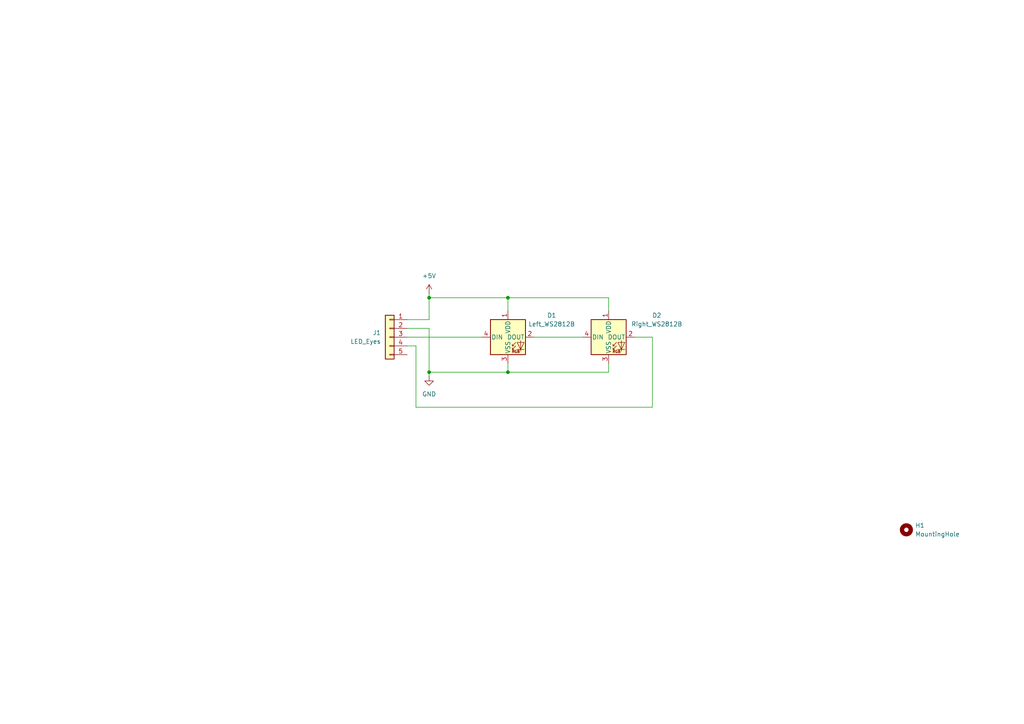
<source format=kicad_sch>
(kicad_sch (version 20231120) (generator "eeschema") (generator_version "8.0")
  (paper "A4")
  (title_block (title "Valiant Turtle 2 - Eyes") (date "2024-09-09") (rev "1_0") (company "https://www.waitingforfriday.com") (comment 1 "(c) 2024 Simon Inns") (comment 2 "License: Attribution-ShareAlike 4.0 International (CC BY-SA 4.0)"))
  (lib_symbols
    (symbol "Connector_Generic:Conn_01x05" (pin_names (offset 1.016) hide)
      (property "Reference" "J" (at 0 7.62 0))
      (property "Value" "Conn_01x05" (at 0 -7.62 0))
      (symbol "Conn_01x05_1_1"
        (rectangle (start -1.27 -4.953) (end 0 -5.207) (stroke (width 0.1524)))
        (rectangle (start -1.27 -2.413) (end 0 -2.667) (stroke (width 0.1524)))
        (rectangle (start -1.27 0.127) (end 0 -0.127) (stroke (width 0.1524)))
        (rectangle (start -1.27 2.667) (end 0 2.413) (stroke (width 0.1524)))
        (rectangle (start -1.27 5.207) (end 0 4.953) (stroke (width 0.1524)))
        (rectangle (start -1.27 6.35) (end 1.27 -6.35) (stroke (width 0.254)) (fill (type background)))
        (pin passive line (at -5.08 5.08 0) (length 3.81) (name "Pin_1") (number "1"))
        (pin passive line (at -5.08 2.54 0) (length 3.81) (name "Pin_2") (number "2"))
        (pin passive line (at -5.08 0 0) (length 3.81) (name "Pin_3") (number "3"))
        (pin passive line (at -5.08 -2.54 0) (length 3.81) (name "Pin_4") (number "4"))
        (pin passive line (at -5.08 -5.08 0) (length 3.81) (name "Pin_5") (number "5"))
      )
    )
    (symbol "LED:WS2812B" (pin_names (offset 0.254))
      (property "Reference" "D" (at 5.08 5.715 0))
      (property "Value" "WS2812B" (at 1.27 -5.715 0))
      (symbol "WS2812B_0_0"
        (text "RGB" (at 2.286 -4.191 0) (effects (font (size 0.762 0.762))))
      )
      (symbol "WS2812B_0_1"
        (polyline (pts (xy 1.27 -3.556) (xy 1.778 -3.556)))
        (polyline (pts (xy 1.27 -2.54) (xy 1.778 -2.54)))
        (polyline (pts (xy 4.699 -3.556) (xy 2.667 -3.556)))
        (polyline (pts (xy 2.286 -2.54) (xy 1.27 -3.556) (xy 1.27 -3.048)))
        (polyline (pts (xy 2.286 -1.524) (xy 1.27 -2.54) (xy 1.27 -2.032)))
        (polyline (pts (xy 3.683 -1.016) (xy 3.683 -3.556) (xy 3.683 -4.064)))
        (polyline (pts (xy 4.699 -1.524) (xy 2.667 -1.524) (xy 3.683 -3.556) (xy 4.699 -1.524)))
        (rectangle (start 5.08 5.08) (end -5.08 -5.08) (stroke (width 0.254)) (fill (type background)))
      )
      (symbol "WS2812B_1_1"
        (pin power_in line (at 0 7.62 270) (length 2.54) (name "VDD") (number "1"))
        (pin output line (at 7.62 0 180) (length 2.54) (name "DOUT") (number "2"))
        (pin power_in line (at 0 -7.62 90) (length 2.54) (name "VSS") (number "3"))
        (pin input line (at -7.62 0 0) (length 2.54) (name "DIN") (number "4"))
      )
    )
    (symbol "Mechanical:MountingHole" (pin_names (offset 1.016)) (exclude_from_sim yes) (in_bom no)
      (property "Reference" "H" (at 0 5.08 0))
      (property "Value" "MountingHole" (at 0 3.175 0))
      (symbol "MountingHole_0_1"
        (circle (center 0 0) (radius 1.27) (stroke (width 1.27)))
      )
    )
    (symbol "power:+5V" (power) (pin_numbers hide) (pin_names (offset 0) hide)
      (property "Value" "+5V" (at 0 3.556 0))
      (symbol "+5V_0_1"
        (polyline (pts (xy -0.762 1.27) (xy 0 2.54)))
        (polyline (pts (xy 0 0) (xy 0 2.54)))
        (polyline (pts (xy 0 2.54) (xy 0.762 1.27)))
      )
      (symbol "+5V_1_1"
        (pin power_in line (at 0 0 90) (length 0) (name "~") (number "1"))
      )
    )
    (symbol "power:GND" (power) (pin_numbers hide) (pin_names (offset 0) hide)
      (property "Value" "GND" (at 0 -3.81 0))
      (symbol "GND_0_1"
        (polyline (pts (xy 0 0) (xy 0 -1.27) (xy 1.27 -1.27) (xy 0 -2.54) (xy -1.27 -1.27) (xy 0 -1.27)))
      )
      (symbol "GND_1_1"
        (pin power_in line (at 0 0 270) (length 0) (name "~") (number "1"))
      )
    )
  )
  (junction (at 124.46 107.95))
  (junction (at 124.46 86.36))
  (junction (at 147.32 107.95))
  (junction (at 147.32 86.36))
  (wire (pts (xy 120.65 100.33) (xy 118.11 100.33)))
  (wire (pts (xy 124.46 92.71) (xy 124.46 86.36)))
  (wire (pts (xy 147.32 107.95) (xy 124.46 107.95)))
  (wire (pts (xy 176.53 86.36) (xy 147.32 86.36)))
  (wire (pts (xy 184.15 97.79) (xy 189.23 97.79)))
  (wire (pts (xy 120.65 118.11) (xy 120.65 100.33)))
  (wire (pts (xy 147.32 86.36) (xy 124.46 86.36)))
  (wire (pts (xy 124.46 86.36) (xy 124.46 85.09)))
  (wire (pts (xy 118.11 92.71) (xy 124.46 92.71)))
  (wire (pts (xy 154.94 97.79) (xy 168.91 97.79)))
  (wire (pts (xy 176.53 90.17) (xy 176.53 86.36)))
  (wire (pts (xy 118.11 95.25) (xy 124.46 95.25)))
  (wire (pts (xy 124.46 107.95) (xy 124.46 109.22)))
  (wire (pts (xy 189.23 118.11) (xy 120.65 118.11)))
  (wire (pts (xy 147.32 105.41) (xy 147.32 107.95)))
  (wire (pts (xy 118.11 97.79) (xy 139.7 97.79)))
  (wire (pts (xy 176.53 107.95) (xy 147.32 107.95)))
  (wire (pts (xy 189.23 97.79) (xy 189.23 118.11)))
  (wire (pts (xy 147.32 90.17) (xy 147.32 86.36)))
  (wire (pts (xy 124.46 95.25) (xy 124.46 107.95)))
  (wire (pts (xy 176.53 105.41) (xy 176.53 107.95)))
  (symbol (lib_id "power:+5V") (at 124.46 85.09 0) (unit 1)
    (property "Reference" "#PWR01" (effects (hide yes)))
    (property "Value" "+5V" (at 124.46 80.01 0))
    (property "Description" "Power symbol creates a global label with name \"+5V\"" (effects (hide yes)))
  )
  (symbol (lib_id "power:GND") (at 124.46 109.22 0) (unit 1)
    (property "Reference" "#PWR02" (effects (hide yes)))
    (property "Value" "GND" (at 124.46 114.3 0))
    (property "Description" "Power symbol creates a global label with name \"GND\" , ground" (effects (hide yes)))
  )
  (symbol (lib_id "Mechanical:MountingHole") (at 262.89 153.67 0) (unit 1) (exclude_from_sim yes) (in_bom no)
    (property "Reference" "H1" (at 265.43 152.3999 0) (effects (justify left)))
    (property "Value" "MountingHole" (at 265.43 154.9399 0) (effects (justify left)))
    (property "Description" "Mounting Hole without connection" (effects (hide yes)))
  )
  (symbol (lib_id "LED:WS2812B") (at 147.32 97.79 0) (unit 1)
    (property "Reference" "D1" (at 160.02 91.4714 0))
    (property "Value" "Left_WS2812B" (at 160.02 94.0114 0))
    (property "Footprint" "LED_SMD:LED_WS2812B_PLCC4_5.0x5.0mm_P3.2mm" (effects (hide yes)))
    (property "Datasheet" "https://cdn-shop.adafruit.com/datasheets/WS2812B.pdf" (effects (hide yes)))
    (property "Description" "RGB LED with integrated controller" (effects (hide yes)))
  )
  (symbol (lib_id "Connector_Generic:Conn_01x05") (at 113.03 97.79 0) (mirror y) (unit 1)
    (property "Reference" "J1" (at 110.49 96.5199 0) (effects (justify left)))
    (property "Value" "LED_Eyes" (at 110.49 99.0599 0) (effects (justify left)))
    (property "Description" "Generic connector, single row, 01x05, script generated (kicad-library-utils/schlib/autogen/connector/)" (effects (hide yes)))
  )
  (symbol (lib_id "LED:WS2812B") (at 176.53 97.79 0) (unit 1)
    (property "Reference" "D2" (at 190.5 91.4714 0))
    (property "Value" "Right_WS2812B" (at 190.5 94.0114 0))
    (property "Footprint" "LED_SMD:LED_WS2812B_PLCC4_5.0x5.0mm_P3.2mm" (effects (hide yes)))
    (property "Datasheet" "https://cdn-shop.adafruit.com/datasheets/WS2812B.pdf" (effects (hide yes)))
    (property "Description" "RGB LED with integrated controller" (effects (hide yes)))
  )
)
</source>
